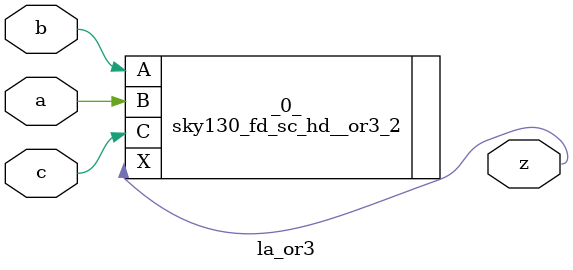
<source format=v>

module la_or3(a, b, c, z);
  input a;
  input b;
  input c;
  output z;
  sky130_fd_sc_hd__or3_2 _0_ (
    .A(b),
    .B(a),
    .C(c),
    .X(z)
  );
endmodule

</source>
